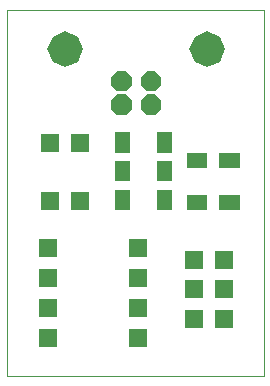
<source format=gts>
G75*
G71*
%OFA0B0*%
%FSLAX23Y23*%
%IPPOS*%
%LPD*%
%ADD10C,0.1*%
%LPD*%D10*
X0Y0D02*
X0Y100D01*
X0Y199D01*
X0Y299D01*
X0Y399D01*
X0Y498D01*
X0Y598D01*
X0Y698D01*
X0Y798D01*
X0Y897D01*
X0Y997D01*
X0Y1097D01*
X0Y1196D01*
X0Y1296D01*
X0Y1396D01*
X0Y1495D01*
X0Y1595D01*
X0Y1695D01*
X0Y1795D01*
X0Y1894D01*
X0Y1994D01*
X0Y2094D01*
X0Y2193D01*
X0Y2293D01*
X0Y2393D01*
X0Y2492D01*
X0Y2592D01*
X0Y2692D01*
X0Y2791D01*
X0Y2891D01*
X0Y2991D01*
X0Y3091D01*
X0Y3190D01*
X0Y3290D01*
X0Y3390D01*
X0Y3489D01*
X0Y3589D01*
X0Y3689D01*
X0Y3788D01*
X0Y3888D01*
X0Y3988D01*
X0Y4088D01*
X0Y4187D01*
X0Y4287D01*
X0Y4387D01*
X0Y4486D01*
X0Y4586D01*
X0Y4686D01*
X0Y4785D01*
X0Y4885D01*
X0Y4985D01*
X0Y5084D01*
X0Y5184D01*
X0Y5284D01*
X0Y5384D01*
X0Y5483D01*
X0Y5583D01*
X0Y5683D01*
X0Y5782D01*
X0Y5882D01*
X0Y5982D01*
X0Y6081D01*
X0Y6181D01*
X0Y6281D01*
X0Y6380D01*
X0Y6480D01*
X0Y6580D01*
X0Y6680D01*
X0Y6779D01*
X0Y6879D01*
X0Y6979D01*
X0Y7078D01*
X0Y7178D01*
X0Y7278D01*
X0Y7377D01*
X0Y7477D01*
X0Y7577D01*
X0Y7677D01*
X0Y7776D01*
X0Y7876D01*
X0Y7976D01*
X0Y8075D01*
X0Y8175D01*
X0Y8275D01*
X0Y8374D01*
X0Y8474D01*
X0Y8574D01*
X0Y8673D01*
X0Y8773D01*
X0Y8873D01*
X0Y8973D01*
X0Y9072D01*
X0Y9172D01*
X0Y9272D01*
X0Y9371D01*
X0Y9471D01*
X0Y9571D01*
X0Y9670D01*
X0Y9770D01*
X0Y9870D01*
X0Y9970D01*
X0Y10069D01*
X0Y10169D01*
X0Y10269D01*
X0Y10368D01*
X0Y10468D01*
X0Y10568D01*
X0Y10667D01*
X0Y10767D01*
X0Y10867D01*
X0Y10966D01*
X0Y11066D01*
X0Y11166D01*
X0Y11266D01*
X0Y11365D01*
X0Y11465D01*
X0Y11565D01*
X0Y11664D01*
X0Y11764D01*
X0Y11864D01*
X0Y11963D01*
X0Y12063D01*
X0Y12163D01*
X0Y12262D01*
X0Y12362D01*
X0Y12462D01*
X0Y12562D01*
X0Y12661D01*
X0Y12761D01*
X0Y12861D01*
X0Y12960D01*
X0Y13060D01*
X0Y13160D01*
X0Y13259D01*
X0Y13359D01*
X0Y13459D01*
X0Y13559D01*
X0Y13658D01*
X0Y13758D01*
X0Y13858D01*
X0Y13957D01*
X0Y14057D01*
X0Y14157D01*
X0Y14256D01*
X0Y14356D01*
X0Y14456D01*
X0Y14555D01*
X0Y14655D01*
X0Y14755D01*
X0Y14855D01*
X0Y14954D01*
X0Y15054D01*
X0Y15154D01*
X0Y15253D01*
X0Y15353D01*
X0Y15453D01*
X0Y15552D01*
X0Y15652D01*
X0Y15752D01*
X0Y15852D01*
X0Y15951D01*
X0Y16051D01*
X0Y16151D01*
X0Y16250D01*
X0Y16350D01*
X0Y16450D01*
X0Y16549D01*
X0Y16649D01*
X0Y16749D01*
X0Y16848D01*
X0Y16948D01*
X0Y17048D01*
X0Y17148D01*
X0Y17247D01*
X0Y17347D01*
X0Y17447D01*
X0Y17546D01*
X0Y17646D01*
X0Y17746D01*
X0Y17845D01*
X0Y17945D01*
X0Y18045D01*
X0Y18145D01*
X0Y18244D01*
X0Y18344D01*
X0Y18444D01*
X0Y18543D01*
X0Y18643D01*
X0Y18743D01*
X0Y18842D01*
X0Y18942D01*
X0Y19042D01*
X0Y19141D01*
X0Y19241D01*
X0Y19341D01*
X0Y19441D01*
X0Y19540D01*
X0Y19640D01*
X0Y19740D01*
X0Y19839D01*
X0Y19939D01*
X0Y20039D01*
X0Y20138D01*
X0Y20238D01*
X0Y20338D01*
X0Y20438D01*
X0Y20537D01*
X0Y20637D01*
X0Y20737D01*
X0Y20836D01*
X0Y20936D01*
X0Y21036D01*
X0Y21135D01*
X0Y21235D01*
X0Y21335D01*
X0Y21434D01*
X0Y21534D01*
X0Y21634D01*
X0Y21734D01*
X0Y21833D01*
X0Y21933D01*
X0Y22033D01*
X0Y22132D01*
X0Y22232D01*
X0Y22332D01*
X0Y22431D01*
X0Y22531D01*
X0Y22631D01*
X0Y22731D01*
X0Y22830D01*
X0Y22930D01*
X0Y23030D01*
X0Y23129D01*
X0Y23229D01*
X0Y23329D01*
X0Y23428D01*
X0Y23528D01*
X0Y23628D01*
X0Y23727D01*
X0Y23827D01*
X0Y23927D01*
X0Y24027D01*
X0Y24126D01*
X0Y24226D01*
X0Y24326D01*
X0Y24425D01*
X0Y24525D01*
X0Y24625D01*
X0Y24724D01*
X0Y24824D01*
X0Y24924D01*
X0Y25024D01*
X0Y25123D01*
X0Y25223D01*
X0Y25323D01*
X0Y25422D01*
X0Y25522D01*
X0Y25622D01*
X0Y25721D01*
X0Y25821D01*
X0Y25921D01*
X0Y26020D01*
X0Y26120D01*
X0Y26220D01*
X0Y26320D01*
X0Y26419D01*
X0Y26519D01*
X0Y26619D01*
X0Y26718D01*
X0Y26818D01*
X0Y26918D01*
X0Y27017D01*
X0Y27117D01*
X0Y27217D01*
X0Y27317D01*
X0Y27416D01*
X0Y27516D01*
X0Y27616D01*
X0Y27715D01*
X0Y27815D01*
X0Y27915D01*
X0Y28014D01*
X0Y28114D01*
X0Y28214D01*
X0Y28313D01*
X0Y28413D01*
X0Y28513D01*
X0Y28613D01*
X0Y28712D01*
X0Y28812D01*
X0Y28912D01*
X0Y29011D01*
X0Y29111D01*
X0Y29211D01*
X0Y29310D01*
X0Y29410D01*
X0Y29510D01*
X0Y29610D01*
X0Y29709D01*
X0Y29809D01*
X0Y29909D01*
X0Y30008D01*
X0Y30108D01*
X0Y30208D01*
X0Y30307D01*
X0Y30407D01*
X0Y30507D01*
X0Y30607D01*
X0Y30706D01*
X0Y30806D01*
X0Y30906D01*
X0Y31005D01*
X100Y31005D01*
X199Y31005D01*
X299Y31005D01*
X398Y31005D01*
X498Y31005D01*
X598Y31005D01*
X697Y31005D01*
X797Y31005D01*
X897Y31005D01*
X996Y31005D01*
X1096Y31005D01*
X1195Y31005D01*
X1295Y31005D01*
X1395Y31005D01*
X1494Y31005D01*
X1594Y31005D01*
X1694Y31005D01*
X1793Y31005D01*
X1893Y31005D01*
X1992Y31005D01*
X2092Y31005D01*
X2192Y31005D01*
X2291Y31005D01*
X2391Y31005D01*
X2490Y31005D01*
X2590Y31005D01*
X2690Y31005D01*
X2789Y31005D01*
X2889Y31005D01*
X2989Y31005D01*
X3088Y31005D01*
X3188Y31005D01*
X3287Y31005D01*
X3387Y31005D01*
X3487Y31005D01*
X3586Y31005D01*
X3686Y31005D01*
X3785Y31005D01*
X3885Y31005D01*
X3985Y31005D01*
X4084Y31005D01*
X4184Y31005D01*
X4284Y31005D01*
X4383Y31005D01*
X4483Y31005D01*
X4582Y31005D01*
X4682Y31005D01*
X4782Y31005D01*
X4881Y31005D01*
X4981Y31005D01*
X5081Y31005D01*
X5180Y31005D01*
X5280Y31005D01*
X5379Y31005D01*
X5479Y31005D01*
X5579Y31005D01*
X5678Y31005D01*
X5778Y31005D01*
X5877Y31005D01*
X5977Y31005D01*
X6077Y31005D01*
X6176Y31005D01*
X6276Y31005D01*
X6376Y31005D01*
X6475Y31005D01*
X6575Y31005D01*
X6674Y31005D01*
X6774Y31005D01*
X6874Y31005D01*
X6973Y31005D01*
X7073Y31005D01*
X7173Y31005D01*
X7272Y31005D01*
X7372Y31005D01*
X7471Y31005D01*
X7571Y31005D01*
X7671Y31005D01*
X7770Y31005D01*
X7870Y31005D01*
X7969Y31005D01*
X8069Y31005D01*
X8169Y31005D01*
X8268Y31005D01*
X8368Y31005D01*
X8468Y31005D01*
X8567Y31005D01*
X8667Y31005D01*
X8766Y31005D01*
X8866Y31005D01*
X8966Y31005D01*
X9065Y31005D01*
X9165Y31005D01*
X9265Y31005D01*
X9364Y31005D01*
X9464Y31005D01*
X9563Y31005D01*
X9663Y31005D01*
X9763Y31005D01*
X9862Y31005D01*
X9962Y31005D01*
X10061Y31005D01*
X10161Y31005D01*
X10261Y31005D01*
X10360Y31005D01*
X10460Y31005D01*
X10560Y31005D01*
X10659Y31005D01*
X10759Y31005D01*
X10858Y31005D01*
X10958Y31005D01*
X11058Y31005D01*
X11157Y31005D01*
X11257Y31005D01*
X11357Y31005D01*
X11456Y31005D01*
X11556Y31005D01*
X11655Y31005D01*
X11755Y31005D01*
X11855Y31005D01*
X11954Y31005D01*
X12054Y31005D01*
X12153Y31005D01*
X12253Y31005D01*
X12353Y31005D01*
X12452Y31005D01*
X12552Y31005D01*
X12652Y31005D01*
X12751Y31005D01*
X12851Y31005D01*
X12950Y31005D01*
X13050Y31005D01*
X13150Y31005D01*
X13249Y31005D01*
X13349Y31005D01*
X13449Y31005D01*
X13548Y31005D01*
X13648Y31005D01*
X13747Y31005D01*
X13847Y31005D01*
X13947Y31005D01*
X14046Y31005D01*
X14146Y31005D01*
X14245Y31005D01*
X14345Y31005D01*
X14445Y31005D01*
X14544Y31005D01*
X14644Y31005D01*
X14744Y31005D01*
X14843Y31005D01*
X14943Y31005D01*
X15042Y31005D01*
X15142Y31005D01*
X15242Y31005D01*
X15341Y31005D01*
X15441Y31005D01*
X15540Y31005D01*
X15640Y31005D01*
X15740Y31005D01*
X15839Y31005D01*
X15939Y31005D01*
X16039Y31005D01*
X16138Y31005D01*
X16238Y31005D01*
X16337Y31005D01*
X16437Y31005D01*
X16537Y31005D01*
X16636Y31005D01*
X16736Y31005D01*
X16836Y31005D01*
X16935Y31005D01*
X17035Y31005D01*
X17134Y31005D01*
X17234Y31005D01*
X17334Y31005D01*
X17433Y31005D01*
X17533Y31005D01*
X17632Y31005D01*
X17732Y31005D01*
X17832Y31005D01*
X17931Y31005D01*
X18031Y31005D01*
X18131Y31005D01*
X18230Y31005D01*
X18330Y31005D01*
X18429Y31005D01*
X18529Y31005D01*
X18629Y31005D01*
X18728Y31005D01*
X18828Y31005D01*
X18928Y31005D01*
X19027Y31005D01*
X19127Y31005D01*
X19226Y31005D01*
X19326Y31005D01*
X19426Y31005D01*
X19525Y31005D01*
X19625Y31005D01*
X19725Y31005D01*
X19824Y31005D01*
X19924Y31005D01*
X20023Y31005D01*
X20123Y31005D01*
X20223Y31005D01*
X20322Y31005D01*
X20422Y31005D01*
X20521Y31005D01*
X20621Y31005D01*
X20721Y31005D01*
X20820Y31005D01*
X20920Y31005D01*
X21020Y31005D01*
X21119Y31005D01*
X21219Y31005D01*
X21318Y31005D01*
X21418Y31005D01*
X21518Y31005D01*
X21617Y31005D01*
X21717Y31005D01*
X21717Y30906D01*
X21717Y30806D01*
X21717Y30706D01*
X21717Y30607D01*
X21717Y30507D01*
X21717Y30407D01*
X21717Y30307D01*
X21717Y30208D01*
X21717Y30108D01*
X21717Y30008D01*
X21717Y29909D01*
X21717Y29809D01*
X21717Y29709D01*
X21717Y29610D01*
X21717Y29510D01*
X21717Y29410D01*
X21717Y29311D01*
X21717Y29211D01*
X21717Y29111D01*
X21717Y29011D01*
X21717Y28912D01*
X21717Y28812D01*
X21717Y28712D01*
X21717Y28613D01*
X21717Y28513D01*
X21717Y28413D01*
X21717Y28314D01*
X21717Y28214D01*
X21717Y28114D01*
X21717Y28014D01*
X21717Y27915D01*
X21717Y27815D01*
X21717Y27715D01*
X21717Y27616D01*
X21717Y27516D01*
X21717Y27416D01*
X21717Y27317D01*
X21717Y27217D01*
X21717Y27117D01*
X21717Y27018D01*
X21717Y26918D01*
X21717Y26818D01*
X21717Y26718D01*
X21717Y26619D01*
X21717Y26519D01*
X21717Y26419D01*
X21717Y26320D01*
X21717Y26220D01*
X21717Y26120D01*
X21717Y26021D01*
X21717Y25921D01*
X21717Y25821D01*
X21717Y25721D01*
X21717Y25622D01*
X21717Y25522D01*
X21717Y25422D01*
X21717Y25323D01*
X21717Y25223D01*
X21717Y25123D01*
X21717Y25024D01*
X21717Y24924D01*
X21717Y24824D01*
X21717Y24725D01*
X21717Y24625D01*
X21717Y24525D01*
X21717Y24425D01*
X21717Y24326D01*
X21717Y24226D01*
X21717Y24126D01*
X21717Y24027D01*
X21717Y23927D01*
X21717Y23827D01*
X21717Y23728D01*
X21717Y23628D01*
X21717Y23528D01*
X21717Y23428D01*
X21717Y23329D01*
X21717Y23229D01*
X21717Y23129D01*
X21717Y23030D01*
X21717Y22930D01*
X21717Y22830D01*
X21717Y22731D01*
X21717Y22631D01*
X21717Y22531D01*
X21717Y22432D01*
X21717Y22332D01*
X21717Y22232D01*
X21717Y22132D01*
X21717Y22033D01*
X21717Y21933D01*
X21717Y21833D01*
X21717Y21734D01*
X21717Y21634D01*
X21717Y21534D01*
X21717Y21435D01*
X21717Y21335D01*
X21717Y21235D01*
X21717Y21135D01*
X21717Y21036D01*
X21717Y20936D01*
X21717Y20836D01*
X21717Y20737D01*
X21717Y20637D01*
X21717Y20537D01*
X21717Y20438D01*
X21717Y20338D01*
X21717Y20238D01*
X21717Y20139D01*
X21717Y20039D01*
X21717Y19939D01*
X21717Y19839D01*
X21717Y19740D01*
X21717Y19640D01*
X21717Y19540D01*
X21717Y19441D01*
X21717Y19341D01*
X21717Y19241D01*
X21717Y19142D01*
X21717Y19042D01*
X21717Y18942D01*
X21717Y18843D01*
X21717Y18743D01*
X21717Y18643D01*
X21717Y18543D01*
X21717Y18444D01*
X21717Y18344D01*
X21717Y18244D01*
X21717Y18145D01*
X21717Y18045D01*
X21717Y17945D01*
X21717Y17846D01*
X21717Y17746D01*
X21717Y17646D01*
X21717Y17546D01*
X21717Y17447D01*
X21717Y17347D01*
X21717Y17247D01*
X21717Y17148D01*
X21717Y17048D01*
X21717Y16948D01*
X21717Y16849D01*
X21717Y16749D01*
X21717Y16649D01*
X21717Y16550D01*
X21717Y16450D01*
X21717Y16350D01*
X21717Y16250D01*
X21717Y16151D01*
X21717Y16051D01*
X21717Y15951D01*
X21717Y15852D01*
X21717Y15752D01*
X21717Y15652D01*
X21717Y15553D01*
X21717Y15453D01*
X21717Y15353D01*
X21717Y15253D01*
X21717Y15154D01*
X21717Y15054D01*
X21717Y14954D01*
X21717Y14855D01*
X21717Y14755D01*
X21717Y14655D01*
X21717Y14556D01*
X21717Y14456D01*
X21717Y14356D01*
X21717Y14257D01*
X21717Y14157D01*
X21717Y14057D01*
X21717Y13957D01*
X21717Y13858D01*
X21717Y13758D01*
X21717Y13658D01*
X21717Y13559D01*
X21717Y13459D01*
X21717Y13359D01*
X21717Y13260D01*
X21717Y13160D01*
X21717Y13060D01*
X21717Y12961D01*
X21717Y12861D01*
X21717Y12761D01*
X21717Y12661D01*
X21717Y12562D01*
X21717Y12462D01*
X21717Y12362D01*
X21717Y12263D01*
X21717Y12163D01*
X21717Y12063D01*
X21717Y11964D01*
X21717Y11864D01*
X21717Y11764D01*
X21717Y11664D01*
X21717Y11565D01*
X21717Y11465D01*
X21717Y11365D01*
X21717Y11266D01*
X21717Y11166D01*
X21717Y11066D01*
X21717Y10967D01*
X21717Y10867D01*
X21717Y10767D01*
X21717Y10667D01*
X21717Y10568D01*
X21717Y10468D01*
X21717Y10368D01*
X21717Y10269D01*
X21717Y10169D01*
X21717Y10069D01*
X21717Y9970D01*
X21717Y9870D01*
X21717Y9770D01*
X21717Y9671D01*
X21717Y9571D01*
X21717Y9471D01*
X21717Y9371D01*
X21717Y9272D01*
X21717Y9172D01*
X21717Y9072D01*
X21717Y8973D01*
X21717Y8873D01*
X21717Y8773D01*
X21717Y8674D01*
X21717Y8574D01*
X21717Y8474D01*
X21717Y8375D01*
X21717Y8275D01*
X21717Y8175D01*
X21717Y8075D01*
X21717Y7976D01*
X21717Y7876D01*
X21717Y7776D01*
X21717Y7677D01*
X21717Y7577D01*
X21717Y7477D01*
X21717Y7378D01*
X21717Y7278D01*
X21717Y7178D01*
X21717Y7078D01*
X21717Y6979D01*
X21717Y6879D01*
X21717Y6779D01*
X21717Y6680D01*
X21717Y6580D01*
X21717Y6480D01*
X21717Y6381D01*
X21717Y6281D01*
X21717Y6181D01*
X21717Y6082D01*
X21717Y5982D01*
X21717Y5882D01*
X21717Y5782D01*
X21717Y5683D01*
X21717Y5583D01*
X21717Y5483D01*
X21717Y5384D01*
X21717Y5284D01*
X21717Y5184D01*
X21717Y5085D01*
X21717Y4985D01*
X21717Y4885D01*
X21717Y4785D01*
X21717Y4686D01*
X21717Y4586D01*
X21717Y4486D01*
X21717Y4387D01*
X21717Y4287D01*
X21717Y4187D01*
X21717Y4088D01*
X21717Y3988D01*
X21717Y3888D01*
X21717Y3788D01*
X21717Y3689D01*
X21717Y3589D01*
X21717Y3489D01*
X21717Y3390D01*
X21717Y3290D01*
X21717Y3190D01*
X21717Y3091D01*
X21717Y2991D01*
X21717Y2891D01*
X21717Y2792D01*
X21717Y2692D01*
X21717Y2592D01*
X21717Y2492D01*
X21717Y2393D01*
X21717Y2293D01*
X21717Y2193D01*
X21717Y2094D01*
X21717Y1994D01*
X21717Y1894D01*
X21717Y1795D01*
X21717Y1695D01*
X21717Y1595D01*
X21717Y1495D01*
X21717Y1396D01*
X21717Y1296D01*
X21717Y1196D01*
X21717Y1097D01*
X21717Y997D01*
X21717Y897D01*
X21717Y798D01*
X21717Y698D01*
X21717Y598D01*
X21717Y499D01*
X21717Y399D01*
X21717Y299D01*
X21717Y199D01*
X21717Y100D01*
X21717Y0D01*
X21617Y0D01*
X21518Y0D01*
X21418Y0D01*
X21318Y0D01*
X21219Y0D01*
X21119Y0D01*
X21020Y0D01*
X20920Y0D01*
X20820Y0D01*
X20721Y0D01*
X20621Y0D01*
X20522Y0D01*
X20422Y0D01*
X20322Y0D01*
X20223Y0D01*
X20123Y0D01*
X20023Y0D01*
X19924Y0D01*
X19824Y0D01*
X19725Y0D01*
X19625Y0D01*
X19525Y0D01*
X19426Y0D01*
X19326Y0D01*
X19226Y0D01*
X19127Y0D01*
X19027Y0D01*
X18928Y0D01*
X18828Y0D01*
X18728Y0D01*
X18629Y0D01*
X18529Y0D01*
X18430Y0D01*
X18330Y0D01*
X18230Y0D01*
X18131Y0D01*
X18031Y0D01*
X17931Y0D01*
X17832Y0D01*
X17732Y0D01*
X17633Y0D01*
X17533Y0D01*
X17433Y0D01*
X17334Y0D01*
X17234Y0D01*
X17134Y0D01*
X17035Y0D01*
X16935Y0D01*
X16836Y0D01*
X16736Y0D01*
X16636Y0D01*
X16537Y0D01*
X16437Y0D01*
X16338Y0D01*
X16238Y0D01*
X16138Y0D01*
X16039Y0D01*
X15939Y0D01*
X15839Y0D01*
X15740Y0D01*
X15640Y0D01*
X15541Y0D01*
X15441Y0D01*
X15341Y0D01*
X15242Y0D01*
X15142Y0D01*
X15042Y0D01*
X14943Y0D01*
X14843Y0D01*
X14744Y0D01*
X14644Y0D01*
X14544Y0D01*
X14445Y0D01*
X14345Y0D01*
X14246Y0D01*
X14146Y0D01*
X14046Y0D01*
X13947Y0D01*
X13847Y0D01*
X13747Y0D01*
X13648Y0D01*
X13548Y0D01*
X13449Y0D01*
X13349Y0D01*
X13249Y0D01*
X13150Y0D01*
X13050Y0D01*
X12950Y0D01*
X12851Y0D01*
X12751Y0D01*
X12652Y0D01*
X12552Y0D01*
X12452Y0D01*
X12353Y0D01*
X12253Y0D01*
X12154Y0D01*
X12054Y0D01*
X11954Y0D01*
X11855Y0D01*
X11755Y0D01*
X11655Y0D01*
X11556Y0D01*
X11456Y0D01*
X11357Y0D01*
X11257Y0D01*
X11157Y0D01*
X11058Y0D01*
X10958Y0D01*
X10859Y0D01*
X10759Y0D01*
X10659Y0D01*
X10560Y0D01*
X10460Y0D01*
X10360Y0D01*
X10261Y0D01*
X10161Y0D01*
X10062Y0D01*
X9962Y0D01*
X9862Y0D01*
X9763Y0D01*
X9663Y0D01*
X9563Y0D01*
X9464Y0D01*
X9364Y0D01*
X9265Y0D01*
X9165Y0D01*
X9065Y0D01*
X8966Y0D01*
X8866Y0D01*
X8767Y0D01*
X8667Y0D01*
X8567Y0D01*
X8468Y0D01*
X8368Y0D01*
X8268Y0D01*
X8169Y0D01*
X8069Y0D01*
X7970Y0D01*
X7870Y0D01*
X7770Y0D01*
X7671Y0D01*
X7571Y0D01*
X7471Y0D01*
X7372Y0D01*
X7272Y0D01*
X7173Y0D01*
X7073Y0D01*
X6973Y0D01*
X6874Y0D01*
X6774Y0D01*
X6675Y0D01*
X6575Y0D01*
X6475Y0D01*
X6376Y0D01*
X6276Y0D01*
X6176Y0D01*
X6077Y0D01*
X5977Y0D01*
X5878Y0D01*
X5778Y0D01*
X5678Y0D01*
X5579Y0D01*
X5479Y0D01*
X5379Y0D01*
X5280Y0D01*
X5180Y0D01*
X5081Y0D01*
X4981Y0D01*
X4881Y0D01*
X4782Y0D01*
X4682Y0D01*
X4583Y0D01*
X4483Y0D01*
X4383Y0D01*
X4284Y0D01*
X4184Y0D01*
X4084Y0D01*
X3985Y0D01*
X3885Y0D01*
X3786Y0D01*
X3686Y0D01*
X3586Y0D01*
X3487Y0D01*
X3387Y0D01*
X3287Y0D01*
X3188Y0D01*
X3088Y0D01*
X2989Y0D01*
X2889Y0D01*
X2789Y0D01*
X2690Y0D01*
X2590Y0D01*
X2491Y0D01*
X2391Y0D01*
X2291Y0D01*
X2192Y0D01*
X2092Y0D01*
X1992Y0D01*
X1893Y0D01*
X1793Y0D01*
X1694Y0D01*
X1594Y0D01*
X1494Y0D01*
X1395Y0D01*
X1295Y0D01*
X1195Y0D01*
X1096Y0D01*
X996Y0D01*
X897Y0D01*
X797Y0D01*
X697Y0D01*
X598Y0D01*
X498Y0D01*
X399Y0D01*
X299Y0D01*
X199Y0D01*
X100Y0D01*
X0Y0D01*
X0Y0D01*
X0Y0D01*
X0Y0D01*
G36*
X10562Y22623D02*
X10052Y22113D01*
X9331Y22113D01*
X8822Y22623D01*
X8822Y23344D01*
X9331Y23854D01*
X10052Y23854D01*
X10562Y23344D01*
X10562Y22623D01*
G37*
G36*
X13062Y22623D02*
X12552Y22113D01*
X11831Y22113D01*
X11322Y22623D01*
X11322Y23344D01*
X11831Y23854D01*
X12552Y23854D01*
X13062Y23344D01*
X13062Y22623D01*
G37*
G36*
X16962Y29228D02*
X15908Y28748D01*
X15428Y27694D01*
X15908Y26640D01*
X16962Y26160D01*
X18016Y26640D01*
X18496Y27694D01*
X18016Y28748D01*
X16962Y29228D01*
G37*
G36*
X4922Y29228D02*
X3868Y28748D01*
X3388Y27694D01*
X3868Y26640D01*
X4922Y26160D01*
X5976Y26640D01*
X6456Y27694D01*
X5976Y28748D01*
X4922Y29228D01*
G37*
G36*
X10562Y24623D02*
X10052Y24113D01*
X9331Y24113D01*
X8822Y24623D01*
X8822Y25344D01*
X9331Y25854D01*
X10052Y25854D01*
X10562Y25344D01*
X10562Y24623D01*
G37*
G36*
X13062Y24623D02*
X12552Y24113D01*
X11831Y24113D01*
X11322Y24623D01*
X11322Y25344D01*
X11831Y25854D01*
X12552Y25854D01*
X13062Y25344D01*
X13062Y24623D01*
G37*
G36*
X4234Y10095D02*
X4234Y11619D01*
X2710Y11619D01*
X2710Y10095D01*
X4234Y10095D01*
G37*
G36*
X4234Y7555D02*
X4234Y9079D01*
X2710Y9079D01*
X2710Y7555D01*
X4234Y7555D01*
G37*
G36*
X4234Y5015D02*
X4234Y6539D01*
X2710Y6539D01*
X2710Y5015D01*
X4234Y5015D01*
G37*
G36*
X4234Y2475D02*
X4234Y3999D01*
X2710Y3999D01*
X2710Y2475D01*
X4234Y2475D01*
G37*
G36*
X10330Y3999D02*
X10330Y2475D01*
X11854Y2475D01*
X11854Y3999D01*
X10330Y3999D01*
G37*
G36*
X10330Y6539D02*
X10330Y5015D01*
X11854Y5015D01*
X11854Y6539D01*
X10330Y6539D01*
G37*
G36*
X10330Y9079D02*
X10330Y7555D01*
X11854Y7555D01*
X11854Y9079D01*
X10330Y9079D01*
G37*
G36*
X10330Y11619D02*
X10330Y10095D01*
X11854Y10095D01*
X11854Y11619D01*
X10330Y11619D01*
G37*
G36*
X16922Y15307D02*
X16922Y14057D01*
X15222Y14057D01*
X15222Y15307D01*
X16922Y15307D01*
G37*
G36*
X15222Y17607D02*
X15222Y18857D01*
X16922Y18857D01*
X16922Y17607D01*
X15222Y17607D01*
G37*
G36*
X12714Y18215D02*
X13964Y18215D01*
X13964Y16515D01*
X12714Y16515D01*
X12714Y18215D01*
G37*
G36*
X10414Y16515D02*
X9164Y16515D01*
X9164Y18215D01*
X10414Y18215D01*
X10414Y16515D01*
G37*
G36*
X12675Y20635D02*
X13925Y20635D01*
X13925Y18935D01*
X12675Y18935D01*
X12675Y20635D01*
G37*
G36*
X10375Y18935D02*
X9125Y18935D01*
X9125Y20635D01*
X10375Y20635D01*
X10375Y18935D01*
G37*
G36*
X12714Y15743D02*
X13964Y15743D01*
X13964Y14043D01*
X12714Y14043D01*
X12714Y15743D01*
G37*
G36*
X10414Y14043D02*
X9164Y14043D01*
X9164Y15743D01*
X10414Y15743D01*
X10414Y14043D01*
G37*
G36*
X17983Y17607D02*
X17983Y18857D01*
X19683Y18857D01*
X19683Y17607D01*
X17983Y17607D01*
G37*
G36*
X19683Y15307D02*
X19683Y14057D01*
X17983Y14057D01*
X17983Y15307D01*
X19683Y15307D01*
G37*
G36*
X4414Y14053D02*
X4414Y15577D01*
X2890Y15577D01*
X2890Y14053D01*
X4414Y14053D01*
G37*
G36*
X5430Y15577D02*
X5430Y14053D01*
X6954Y14053D01*
X6954Y15577D01*
X5430Y15577D01*
G37*
G36*
X4414Y18944D02*
X4414Y20468D01*
X2890Y20468D01*
X2890Y18944D01*
X4414Y18944D01*
G37*
G36*
X5430Y20468D02*
X5430Y18944D01*
X6954Y18944D01*
X6954Y20468D01*
X5430Y20468D01*
G37*
G36*
X16590Y9085D02*
X16590Y10609D01*
X15066Y10609D01*
X15066Y9085D01*
X16590Y9085D01*
G37*
G36*
X16590Y6585D02*
X16590Y8109D01*
X15066Y8109D01*
X15066Y6585D01*
X16590Y6585D01*
G37*
G36*
X16590Y4085D02*
X16590Y5609D01*
X15066Y5609D01*
X15066Y4085D01*
X16590Y4085D01*
G37*
G36*
X17566Y5609D02*
X17566Y4085D01*
X19090Y4085D01*
X19090Y5609D01*
X17566Y5609D01*
G37*
G36*
X17566Y8109D02*
X17566Y6585D01*
X19090Y6585D01*
X19090Y8109D01*
X17566Y8109D01*
G37*
G36*
X17566Y10609D02*
X17566Y9085D01*
X19090Y9085D01*
X19090Y10609D01*
X17566Y10609D01*
G37*
M02*

</source>
